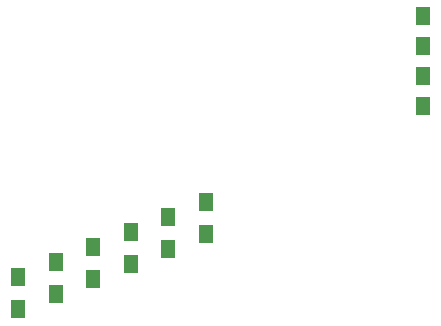
<source format=gbr>
G04 #@! TF.FileFunction,Paste,Top*
%FSLAX46Y46*%
G04 Gerber Fmt 4.6, Leading zero omitted, Abs format (unit mm)*
G04 Created by KiCad (PCBNEW 4.0.6) date 12/04/17 18:38:42*
%MOMM*%
%LPD*%
G01*
G04 APERTURE LIST*
%ADD10C,0.050000*%
%ADD11R,1.250000X1.500000*%
%ADD12R,1.300000X1.500000*%
G04 APERTURE END LIST*
D10*
D11*
X158385000Y-75180000D03*
X158385000Y-72680000D03*
X158385000Y-67600000D03*
X158385000Y-70100000D03*
D12*
X139970000Y-83375000D03*
X139970000Y-86075000D03*
X136795000Y-84645000D03*
X136795000Y-87345000D03*
X133620000Y-85915000D03*
X133620000Y-88615000D03*
X130445000Y-87185000D03*
X130445000Y-89885000D03*
X127270000Y-88455000D03*
X127270000Y-91155000D03*
X124095000Y-89725000D03*
X124095000Y-92425000D03*
M02*

</source>
